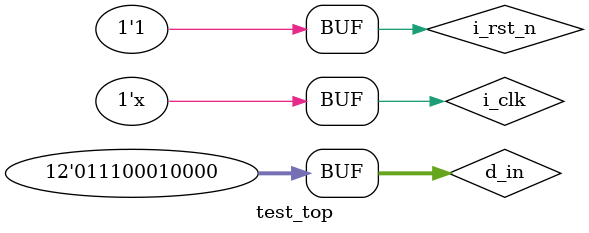
<source format=v>
`timescale 1ns / 1ps


module test_top();
reg i_clk ; 
reg i_rst_n  ;
reg [11:0] d_in ;  
wire H_sync ; 
wire V_sync ;
wire [11:0]RGB_out ;
//wire vid_on ;

Top_design DUT(
i_clk , 
i_rst_n  ,
 d_in ,  
H_sync , 
V_sync ,  
RGB_out
);


initial
 begin
  i_clk = 1'b0;
   i_rst_n = 1'b0;
   d_in = 12'b0000_0010_0010_0011;
   end
   
   always #5 i_clk = ~i_clk ;
   
   
   
   initial
         begin
           #4 i_rst_n = 1'b1 ;
            #2 d_in = 12'b0000_0111_0001_0000;
            end 
            
endmodule

</source>
